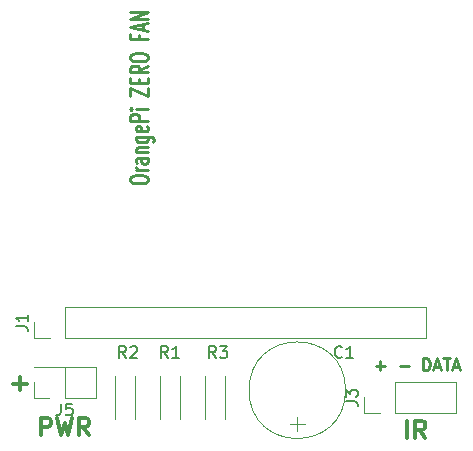
<source format=gto>
G04 #@! TF.FileFunction,Legend,Top*
%FSLAX46Y46*%
G04 Gerber Fmt 4.6, Leading zero omitted, Abs format (unit mm)*
G04 Created by KiCad (PCBNEW 4.0.1-stable) date 2017/09/23 7:18:13*
%MOMM*%
G01*
G04 APERTURE LIST*
%ADD10C,0.100000*%
%ADD11C,0.250000*%
%ADD12C,0.300000*%
%ADD13C,0.150000*%
%ADD14C,0.120000*%
%ADD15R,1.600000X1.600000*%
%ADD16C,1.600000*%
%ADD17R,1.700000X1.700000*%
%ADD18O,1.700000X1.700000*%
%ADD19C,1.400000*%
%ADD20O,1.400000X1.400000*%
%ADD21C,2.700000*%
G04 APERTURE END LIST*
D10*
D11*
X146236095Y-124936429D02*
X146998000Y-124936429D01*
X146617048Y-125317381D02*
X146617048Y-124555476D01*
X148236095Y-124936429D02*
X148998000Y-124936429D01*
X150236095Y-125317381D02*
X150236095Y-124317381D01*
X150474190Y-124317381D01*
X150617048Y-124365000D01*
X150712286Y-124460238D01*
X150759905Y-124555476D01*
X150807524Y-124745952D01*
X150807524Y-124888810D01*
X150759905Y-125079286D01*
X150712286Y-125174524D01*
X150617048Y-125269762D01*
X150474190Y-125317381D01*
X150236095Y-125317381D01*
X151188476Y-125031667D02*
X151664667Y-125031667D01*
X151093238Y-125317381D02*
X151426571Y-124317381D01*
X151759905Y-125317381D01*
X151950381Y-124317381D02*
X152521810Y-124317381D01*
X152236095Y-125317381D02*
X152236095Y-124317381D01*
X152807524Y-125031667D02*
X153283715Y-125031667D01*
X152712286Y-125317381D02*
X153045619Y-124317381D01*
X153378953Y-125317381D01*
D12*
X115506572Y-126472143D02*
X116649429Y-126472143D01*
X116078000Y-127043571D02*
X116078000Y-125900714D01*
D11*
X125416571Y-109258810D02*
X125416571Y-109068333D01*
X125488000Y-108973095D01*
X125630857Y-108877857D01*
X125916571Y-108830238D01*
X126416571Y-108830238D01*
X126702286Y-108877857D01*
X126845143Y-108973095D01*
X126916571Y-109068333D01*
X126916571Y-109258810D01*
X126845143Y-109354048D01*
X126702286Y-109449286D01*
X126416571Y-109496905D01*
X125916571Y-109496905D01*
X125630857Y-109449286D01*
X125488000Y-109354048D01*
X125416571Y-109258810D01*
X126916571Y-108401667D02*
X125916571Y-108401667D01*
X126202286Y-108401667D02*
X126059429Y-108354048D01*
X125988000Y-108306429D01*
X125916571Y-108211191D01*
X125916571Y-108115952D01*
X126916571Y-107354047D02*
X126130857Y-107354047D01*
X125988000Y-107401666D01*
X125916571Y-107496904D01*
X125916571Y-107687381D01*
X125988000Y-107782619D01*
X126845143Y-107354047D02*
X126916571Y-107449285D01*
X126916571Y-107687381D01*
X126845143Y-107782619D01*
X126702286Y-107830238D01*
X126559429Y-107830238D01*
X126416571Y-107782619D01*
X126345143Y-107687381D01*
X126345143Y-107449285D01*
X126273714Y-107354047D01*
X125916571Y-106877857D02*
X126916571Y-106877857D01*
X126059429Y-106877857D02*
X125988000Y-106830238D01*
X125916571Y-106735000D01*
X125916571Y-106592142D01*
X125988000Y-106496904D01*
X126130857Y-106449285D01*
X126916571Y-106449285D01*
X125916571Y-105544523D02*
X127130857Y-105544523D01*
X127273714Y-105592142D01*
X127345143Y-105639761D01*
X127416571Y-105735000D01*
X127416571Y-105877857D01*
X127345143Y-105973095D01*
X126845143Y-105544523D02*
X126916571Y-105639761D01*
X126916571Y-105830238D01*
X126845143Y-105925476D01*
X126773714Y-105973095D01*
X126630857Y-106020714D01*
X126202286Y-106020714D01*
X126059429Y-105973095D01*
X125988000Y-105925476D01*
X125916571Y-105830238D01*
X125916571Y-105639761D01*
X125988000Y-105544523D01*
X126845143Y-104687380D02*
X126916571Y-104782618D01*
X126916571Y-104973095D01*
X126845143Y-105068333D01*
X126702286Y-105115952D01*
X126130857Y-105115952D01*
X125988000Y-105068333D01*
X125916571Y-104973095D01*
X125916571Y-104782618D01*
X125988000Y-104687380D01*
X126130857Y-104639761D01*
X126273714Y-104639761D01*
X126416571Y-105115952D01*
X126916571Y-104211190D02*
X125416571Y-104211190D01*
X125416571Y-103830237D01*
X125488000Y-103734999D01*
X125559429Y-103687380D01*
X125702286Y-103639761D01*
X125916571Y-103639761D01*
X126059429Y-103687380D01*
X126130857Y-103734999D01*
X126202286Y-103830237D01*
X126202286Y-104211190D01*
X126916571Y-103211190D02*
X125916571Y-103211190D01*
X125416571Y-103211190D02*
X125488000Y-103258809D01*
X125559429Y-103211190D01*
X125488000Y-103163571D01*
X125416571Y-103211190D01*
X125559429Y-103211190D01*
X125416571Y-102068333D02*
X125416571Y-101401666D01*
X126916571Y-102068333D01*
X126916571Y-101401666D01*
X126130857Y-101020714D02*
X126130857Y-100687380D01*
X126916571Y-100544523D02*
X126916571Y-101020714D01*
X125416571Y-101020714D01*
X125416571Y-100544523D01*
X126916571Y-99544523D02*
X126202286Y-99877857D01*
X126916571Y-100115952D02*
X125416571Y-100115952D01*
X125416571Y-99734999D01*
X125488000Y-99639761D01*
X125559429Y-99592142D01*
X125702286Y-99544523D01*
X125916571Y-99544523D01*
X126059429Y-99592142D01*
X126130857Y-99639761D01*
X126202286Y-99734999D01*
X126202286Y-100115952D01*
X125416571Y-98925476D02*
X125416571Y-98734999D01*
X125488000Y-98639761D01*
X125630857Y-98544523D01*
X125916571Y-98496904D01*
X126416571Y-98496904D01*
X126702286Y-98544523D01*
X126845143Y-98639761D01*
X126916571Y-98734999D01*
X126916571Y-98925476D01*
X126845143Y-99020714D01*
X126702286Y-99115952D01*
X126416571Y-99163571D01*
X125916571Y-99163571D01*
X125630857Y-99115952D01*
X125488000Y-99020714D01*
X125416571Y-98925476D01*
X126130857Y-96973094D02*
X126130857Y-97306428D01*
X126916571Y-97306428D02*
X125416571Y-97306428D01*
X125416571Y-96830237D01*
X126488000Y-96496904D02*
X126488000Y-96020713D01*
X126916571Y-96592142D02*
X125416571Y-96258809D01*
X126916571Y-95925475D01*
X126916571Y-95592142D02*
X125416571Y-95592142D01*
X126916571Y-95020713D01*
X125416571Y-95020713D01*
D12*
X148856000Y-131107571D02*
X148856000Y-129607571D01*
X150427429Y-131107571D02*
X149927429Y-130393286D01*
X149570286Y-131107571D02*
X149570286Y-129607571D01*
X150141714Y-129607571D01*
X150284572Y-129679000D01*
X150356000Y-129750429D01*
X150427429Y-129893286D01*
X150427429Y-130107571D01*
X150356000Y-130250429D01*
X150284572Y-130321857D01*
X150141714Y-130393286D01*
X149570286Y-130393286D01*
X117888000Y-130853571D02*
X117888000Y-129353571D01*
X118459428Y-129353571D01*
X118602286Y-129425000D01*
X118673714Y-129496429D01*
X118745143Y-129639286D01*
X118745143Y-129853571D01*
X118673714Y-129996429D01*
X118602286Y-130067857D01*
X118459428Y-130139286D01*
X117888000Y-130139286D01*
X119245143Y-129353571D02*
X119602286Y-130853571D01*
X119888000Y-129782143D01*
X120173714Y-130853571D01*
X120530857Y-129353571D01*
X121959429Y-130853571D02*
X121459429Y-130139286D01*
X121102286Y-130853571D02*
X121102286Y-129353571D01*
X121673714Y-129353571D01*
X121816572Y-129425000D01*
X121888000Y-129496429D01*
X121959429Y-129639286D01*
X121959429Y-129853571D01*
X121888000Y-129996429D01*
X121816572Y-130067857D01*
X121673714Y-130139286D01*
X121102286Y-130139286D01*
D13*
X139390381Y-120999285D02*
X139390381Y-121570714D01*
X139390381Y-121285000D02*
X138390381Y-121285000D01*
X138533238Y-121380238D01*
X138628476Y-121475476D01*
X138676095Y-121570714D01*
D14*
X143663000Y-127020000D02*
G75*
G03X143663000Y-127020000I-4090000J0D01*
G01*
X139573000Y-130470000D02*
X139573000Y-129270000D01*
X138923000Y-129870000D02*
X140223000Y-129870000D01*
X119888000Y-122615000D02*
X150428000Y-122615000D01*
X150428000Y-122615000D02*
X150428000Y-119955000D01*
X150428000Y-119955000D02*
X119888000Y-119955000D01*
X119888000Y-119955000D02*
X119888000Y-122615000D01*
X118618000Y-122615000D02*
X117288000Y-122615000D01*
X117288000Y-122615000D02*
X117288000Y-121285000D01*
X147828000Y-128965000D02*
X152968000Y-128965000D01*
X152968000Y-128965000D02*
X152968000Y-126305000D01*
X152968000Y-126305000D02*
X147828000Y-126305000D01*
X147828000Y-126305000D02*
X147828000Y-128965000D01*
X146558000Y-128965000D02*
X145228000Y-128965000D01*
X145228000Y-128965000D02*
X145228000Y-127635000D01*
X125828000Y-125775000D02*
X125828000Y-129495000D01*
X124108000Y-125775000D02*
X124108000Y-129495000D01*
X127918000Y-129495000D02*
X127918000Y-125775000D01*
X129638000Y-129495000D02*
X129638000Y-125775000D01*
X131728000Y-129495000D02*
X131728000Y-125775000D01*
X133448000Y-129495000D02*
X133448000Y-125775000D01*
X117288000Y-125095000D02*
X117288000Y-125035000D01*
X117288000Y-125035000D02*
X122488000Y-125035000D01*
X122488000Y-125035000D02*
X122488000Y-127695000D01*
X122488000Y-127695000D02*
X119888000Y-127695000D01*
X119888000Y-127695000D02*
X119888000Y-125095000D01*
X119888000Y-125095000D02*
X117288000Y-125095000D01*
X117288000Y-126365000D02*
X117288000Y-127695000D01*
X117288000Y-127695000D02*
X118558000Y-127695000D01*
D13*
X143343334Y-124182143D02*
X143295715Y-124229762D01*
X143152858Y-124277381D01*
X143057620Y-124277381D01*
X142914762Y-124229762D01*
X142819524Y-124134524D01*
X142771905Y-124039286D01*
X142724286Y-123848810D01*
X142724286Y-123705952D01*
X142771905Y-123515476D01*
X142819524Y-123420238D01*
X142914762Y-123325000D01*
X143057620Y-123277381D01*
X143152858Y-123277381D01*
X143295715Y-123325000D01*
X143343334Y-123372619D01*
X144295715Y-124277381D02*
X143724286Y-124277381D01*
X144010000Y-124277381D02*
X144010000Y-123277381D01*
X143914762Y-123420238D01*
X143819524Y-123515476D01*
X143724286Y-123563095D01*
X115740381Y-121618333D02*
X116454667Y-121618333D01*
X116597524Y-121665953D01*
X116692762Y-121761191D01*
X116740381Y-121904048D01*
X116740381Y-121999286D01*
X116740381Y-120618333D02*
X116740381Y-121189762D01*
X116740381Y-120904048D02*
X115740381Y-120904048D01*
X115883238Y-120999286D01*
X115978476Y-121094524D01*
X116026095Y-121189762D01*
X143680381Y-127968333D02*
X144394667Y-127968333D01*
X144537524Y-128015953D01*
X144632762Y-128111191D01*
X144680381Y-128254048D01*
X144680381Y-128349286D01*
X143680381Y-127587381D02*
X143680381Y-126968333D01*
X144061333Y-127301667D01*
X144061333Y-127158809D01*
X144108952Y-127063571D01*
X144156571Y-127015952D01*
X144251810Y-126968333D01*
X144489905Y-126968333D01*
X144585143Y-127015952D01*
X144632762Y-127063571D01*
X144680381Y-127158809D01*
X144680381Y-127444524D01*
X144632762Y-127539762D01*
X144585143Y-127587381D01*
X125055334Y-124277381D02*
X124722000Y-123801190D01*
X124483905Y-124277381D02*
X124483905Y-123277381D01*
X124864858Y-123277381D01*
X124960096Y-123325000D01*
X125007715Y-123372619D01*
X125055334Y-123467857D01*
X125055334Y-123610714D01*
X125007715Y-123705952D01*
X124960096Y-123753571D01*
X124864858Y-123801190D01*
X124483905Y-123801190D01*
X125436286Y-123372619D02*
X125483905Y-123325000D01*
X125579143Y-123277381D01*
X125817239Y-123277381D01*
X125912477Y-123325000D01*
X125960096Y-123372619D01*
X126007715Y-123467857D01*
X126007715Y-123563095D01*
X125960096Y-123705952D01*
X125388667Y-124277381D01*
X126007715Y-124277381D01*
X128611334Y-124277381D02*
X128278000Y-123801190D01*
X128039905Y-124277381D02*
X128039905Y-123277381D01*
X128420858Y-123277381D01*
X128516096Y-123325000D01*
X128563715Y-123372619D01*
X128611334Y-123467857D01*
X128611334Y-123610714D01*
X128563715Y-123705952D01*
X128516096Y-123753571D01*
X128420858Y-123801190D01*
X128039905Y-123801190D01*
X129563715Y-124277381D02*
X128992286Y-124277381D01*
X129278000Y-124277381D02*
X129278000Y-123277381D01*
X129182762Y-123420238D01*
X129087524Y-123515476D01*
X128992286Y-123563095D01*
X132675334Y-124277381D02*
X132342000Y-123801190D01*
X132103905Y-124277381D02*
X132103905Y-123277381D01*
X132484858Y-123277381D01*
X132580096Y-123325000D01*
X132627715Y-123372619D01*
X132675334Y-123467857D01*
X132675334Y-123610714D01*
X132627715Y-123705952D01*
X132580096Y-123753571D01*
X132484858Y-123801190D01*
X132103905Y-123801190D01*
X133008667Y-123277381D02*
X133627715Y-123277381D01*
X133294381Y-123658333D01*
X133437239Y-123658333D01*
X133532477Y-123705952D01*
X133580096Y-123753571D01*
X133627715Y-123848810D01*
X133627715Y-124086905D01*
X133580096Y-124182143D01*
X133532477Y-124229762D01*
X133437239Y-124277381D01*
X133151524Y-124277381D01*
X133056286Y-124229762D01*
X133008667Y-124182143D01*
X119554667Y-128147381D02*
X119554667Y-128861667D01*
X119507047Y-129004524D01*
X119411809Y-129099762D01*
X119268952Y-129147381D01*
X119173714Y-129147381D01*
X120507048Y-128147381D02*
X120030857Y-128147381D01*
X119983238Y-128623571D01*
X120030857Y-128575952D01*
X120126095Y-128528333D01*
X120364191Y-128528333D01*
X120459429Y-128575952D01*
X120507048Y-128623571D01*
X120554667Y-128718810D01*
X120554667Y-128956905D01*
X120507048Y-129052143D01*
X120459429Y-129099762D01*
X120364191Y-129147381D01*
X120126095Y-129147381D01*
X120030857Y-129099762D01*
X119983238Y-129052143D01*
%LPC*%
D15*
X139573000Y-128270000D03*
D16*
X139573000Y-125770000D03*
D17*
X118618000Y-121285000D03*
D18*
X121158000Y-121285000D03*
X123698000Y-121285000D03*
X126238000Y-121285000D03*
X128778000Y-121285000D03*
X131318000Y-121285000D03*
X133858000Y-121285000D03*
X136398000Y-121285000D03*
X138938000Y-121285000D03*
X141478000Y-121285000D03*
X144018000Y-121285000D03*
X146558000Y-121285000D03*
X149098000Y-121285000D03*
D17*
X156718000Y-85725000D03*
D18*
X156718000Y-88265000D03*
X154178000Y-85725000D03*
X154178000Y-88265000D03*
X151638000Y-85725000D03*
X151638000Y-88265000D03*
X149098000Y-85725000D03*
X149098000Y-88265000D03*
X146558000Y-85725000D03*
X146558000Y-88265000D03*
X144018000Y-85725000D03*
X144018000Y-88265000D03*
X141478000Y-85725000D03*
X141478000Y-88265000D03*
X138938000Y-85725000D03*
X138938000Y-88265000D03*
X136398000Y-85725000D03*
X136398000Y-88265000D03*
X133858000Y-85725000D03*
X133858000Y-88265000D03*
X131318000Y-85725000D03*
X131318000Y-88265000D03*
X128778000Y-85725000D03*
X128778000Y-88265000D03*
X126238000Y-85725000D03*
X126238000Y-88265000D03*
D17*
X146558000Y-127635000D03*
D18*
X149098000Y-127635000D03*
X151638000Y-127635000D03*
D17*
X149098000Y-78105000D03*
D18*
X149098000Y-80645000D03*
X146558000Y-78105000D03*
X146558000Y-80645000D03*
X144018000Y-78105000D03*
X144018000Y-80645000D03*
X141478000Y-78105000D03*
X141478000Y-80645000D03*
X138938000Y-78105000D03*
X138938000Y-80645000D03*
X136398000Y-78105000D03*
X136398000Y-80645000D03*
X133858000Y-78105000D03*
X133858000Y-80645000D03*
X131318000Y-78105000D03*
X131318000Y-80645000D03*
X128778000Y-78105000D03*
X128778000Y-80645000D03*
X126238000Y-78105000D03*
X126238000Y-80645000D03*
X123698000Y-78105000D03*
X123698000Y-80645000D03*
X121158000Y-78105000D03*
X121158000Y-80645000D03*
X118618000Y-78105000D03*
X118618000Y-80645000D03*
D19*
X124968000Y-125095000D03*
D20*
X124968000Y-130175000D03*
D19*
X128778000Y-130175000D03*
D20*
X128778000Y-125095000D03*
D19*
X132588000Y-130175000D03*
D20*
X132588000Y-125095000D03*
D17*
X118618000Y-126365000D03*
D18*
X121158000Y-126365000D03*
D21*
X152998000Y-96365000D03*
X132998000Y-96365000D03*
X132998000Y-116365000D03*
X152998000Y-116365000D03*
M02*

</source>
